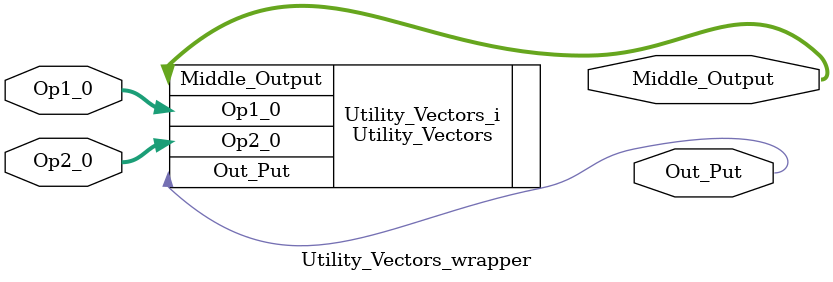
<source format=v>
`timescale 1 ps / 1 ps

module Utility_Vectors_wrapper
   (Middle_Output,
    Op1_0,
    Op2_0,
    Out_Put);
  output [7:0]Middle_Output;
  input [7:0]Op1_0;
  input [7:0]Op2_0;
  output Out_Put;

  wire [7:0]Middle_Output;
  wire [7:0]Op1_0;
  wire [7:0]Op2_0;
  wire Out_Put;

  Utility_Vectors Utility_Vectors_i
       (.Middle_Output(Middle_Output),
        .Op1_0(Op1_0),
        .Op2_0(Op2_0),
        .Out_Put(Out_Put));
endmodule

</source>
